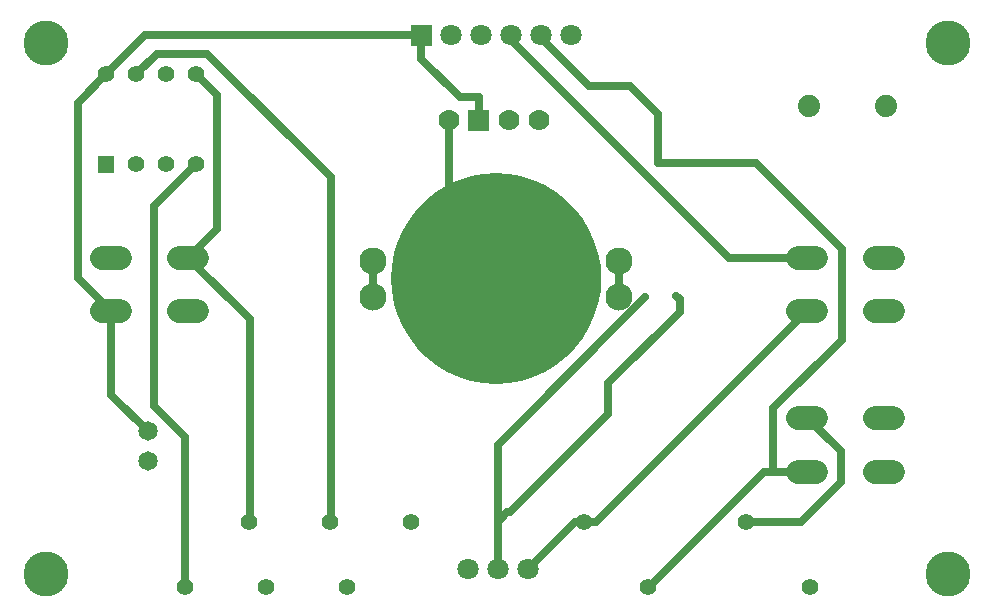
<source format=gbl>
G04 Layer: BottomLayer*
G04 EasyEDA v6.4.7, 2020-11-20T12:49:30+01:00*
G04 3459f72c1cfb4ed1b42eaf7d9b2f9cca,50b924b206514efda7368a069ed08794,10*
G04 Gerber Generator version 0.2*
G04 Scale: 100 percent, Rotated: No, Reflected: No *
G04 Dimensions in millimeters *
G04 leading zeros omitted , absolute positions ,3 integer and 3 decimal *
%FSLAX33Y33*%
%MOMM*%
G90*
D02*

%ADD11C,0.699999*%
%ADD12C,0.610006*%
%ADD13C,3.810000*%
%ADD14C,1.778000*%
%ADD16C,1.799996*%
%ADD18C,1.397000*%
%ADD19C,1.879600*%
%ADD21C,1.419860*%
%ADD22C,1.651000*%
%ADD23C,2.299970*%
%ADD24C,1.999996*%

%LPD*%
G54D11*
G01X16672Y31348D02*
G01X19110Y33787D01*
G01X19110Y45115D01*
G01X17358Y46868D01*
G01X21874Y8966D02*
G01X21874Y26146D01*
G01X16672Y31348D01*
G01X69097Y17759D02*
G01X71912Y14945D01*
G01X71912Y12321D01*
G01X68556Y8966D01*
G01X63895Y8966D01*
G01X69097Y26827D02*
G01X51236Y8966D01*
G01X50179Y8966D01*
G01X50179Y8966D02*
G01X49433Y8966D01*
G01X45425Y4958D01*
G01X36408Y48216D02*
G01X39674Y44950D01*
G01X41294Y44950D01*
G01X36408Y50170D02*
G01X36408Y48216D01*
G01X41294Y43009D02*
G01X41294Y44950D01*
G01X9738Y46868D02*
G01X13040Y50170D01*
G01X36408Y50170D01*
G01X9738Y46868D02*
G01X7347Y44477D01*
G01X7347Y29649D01*
G01X10169Y26827D01*
G01X10169Y26827D02*
G01X10169Y19766D01*
G01X13294Y16642D01*
G01X69097Y31348D02*
G01X62503Y31348D01*
G01X44028Y49824D01*
G01X44028Y50170D01*
G01X12278Y46868D02*
G01X14028Y48618D01*
G01X18285Y48618D01*
G01X28732Y38171D01*
G01X28732Y8966D01*
G01X16397Y3489D02*
G01X16397Y16192D01*
G01X13802Y18788D01*
G01X13802Y35692D01*
G01X17358Y39248D01*
G01X42758Y29596D02*
G01X38754Y33599D01*
G01X38754Y43009D01*
G01X69097Y13238D02*
G01X66222Y13238D01*
G01X66222Y13238D02*
G01X65402Y13238D01*
G01X55656Y3489D01*
G01X56435Y39400D02*
G01X56435Y43543D01*
G01X54066Y45915D01*
G01X50599Y45915D01*
G01X46568Y49943D01*
G01X46568Y50170D01*
G01X66222Y13238D02*
G01X66222Y18620D01*
G01X72003Y24404D01*
G01X72003Y32125D01*
G01X64729Y39400D01*
G01X56435Y39400D01*
G01X32359Y31097D02*
G01X32359Y27995D01*
G01X53159Y27995D02*
G01X53159Y31097D01*
G01X42885Y4958D02*
G01X42885Y15521D01*
G01X55358Y27995D01*
G01X58003Y28145D02*
G01X58320Y27828D01*
G01X58320Y26779D01*
G01X52247Y20706D01*
G01X52247Y18148D01*
G01X43895Y9796D01*
G01X43685Y9796D01*
G01X42885Y8996D01*
G01X42885Y8508D01*
G36*
G01X51657Y29596D02*
G01X51593Y30668D01*
G01X51399Y31725D01*
G01X51079Y32751D01*
G01X50638Y33732D01*
G01X50082Y34651D01*
G01X49419Y35497D01*
G01X48659Y36257D01*
G01X47813Y36920D01*
G01X46894Y37476D01*
G01X45913Y37917D01*
G01X44887Y38237D01*
G01X43830Y38431D01*
G01X42758Y38495D01*
G01X42758Y38495D01*
G01X41685Y38431D01*
G01X40628Y38237D01*
G01X39602Y37917D01*
G01X38621Y37476D01*
G01X37702Y36920D01*
G01X36856Y36257D01*
G01X36096Y35497D01*
G01X35433Y34651D01*
G01X34877Y33732D01*
G01X34436Y32751D01*
G01X34116Y31725D01*
G01X33922Y30668D01*
G01X33858Y29596D01*
G01X33858Y29596D01*
G01X33922Y28523D01*
G01X34116Y27466D01*
G01X34436Y26440D01*
G01X34877Y25459D01*
G01X35433Y24540D01*
G01X36096Y23694D01*
G01X36856Y22934D01*
G01X37702Y22271D01*
G01X38621Y21715D01*
G01X39602Y21274D01*
G01X40628Y20954D01*
G01X41685Y20760D01*
G01X42758Y20696D01*
G01X42758Y20696D01*
G01X43830Y20760D01*
G01X44887Y20954D01*
G01X45913Y21274D01*
G01X46894Y21715D01*
G01X47813Y22271D01*
G01X48659Y22934D01*
G01X49419Y23694D01*
G01X50082Y24540D01*
G01X50638Y25459D01*
G01X51079Y26440D01*
G01X51399Y27466D01*
G01X51593Y28523D01*
G01X51657Y29596D01*
G01X51657Y29596D01*
G37*
G54D13*
G01X4658Y49535D03*
G01X80985Y49535D03*
G01X4658Y4577D03*
G01X80985Y4577D03*
G54D14*
G01X43834Y43009D03*
G01X46374Y43009D03*
G01X38754Y43009D03*
G36*
G01X40405Y43898D02*
G01X42183Y43898D01*
G01X42183Y42120D01*
G01X40405Y42120D01*
G01X40405Y43898D01*
G37*
G54D16*
G01X40345Y4958D03*
G01X42885Y4958D03*
G01X45425Y4958D03*
G36*
G01X9039Y39946D02*
G01X10436Y39946D01*
G01X10436Y38549D01*
G01X9039Y38549D01*
G01X9039Y39946D01*
G37*
G54D18*
G01X12278Y39248D03*
G01X14818Y39248D03*
G01X17358Y39248D03*
G01X17358Y46868D03*
G01X14818Y46868D03*
G01X12278Y46868D03*
G01X9738Y46868D03*
G54D19*
G01X69224Y44201D03*
G01X75727Y44201D03*
G54D16*
G01X49108Y50170D03*
G01X46568Y50170D03*
G01X44028Y50170D03*
G01X41488Y50170D03*
G01X38948Y50170D03*
G36*
G01X35508Y51070D02*
G01X37308Y51070D01*
G01X37308Y49270D01*
G01X35508Y49270D01*
G01X35508Y51070D01*
G37*
G54D21*
G01X30114Y3490D03*
G01X35589Y8965D03*
G01X16398Y3490D03*
G01X21873Y8965D03*
G01X23256Y3490D03*
G01X28731Y8965D03*
G01X55655Y3490D03*
G01X50180Y8965D03*
G01X69371Y3490D03*
G01X63896Y8965D03*
G54D22*
G01X13294Y16642D03*
G01X13294Y14102D03*
G54D23*
G01X53158Y31096D03*
G01X53158Y27996D03*
G01X32357Y27996D03*
G01X32357Y31096D03*
G54D12*
G01X56435Y39400D03*
G01X55358Y27995D03*
G54D24*
G01X68347Y31348D02*
G01X69847Y31348D01*
G01X68347Y26827D02*
G01X69847Y26827D01*
G01X74850Y31348D02*
G01X76350Y31348D01*
G01X74850Y26827D02*
G01X76350Y26827D01*
G01X9419Y31348D02*
G01X10919Y31348D01*
G01X9419Y26827D02*
G01X10919Y26827D01*
G01X15922Y31348D02*
G01X17422Y31348D01*
G01X15922Y26827D02*
G01X17422Y26827D01*
G01X68347Y17759D02*
G01X69847Y17759D01*
G01X68347Y13238D02*
G01X69847Y13238D01*
G01X74850Y17759D02*
G01X76350Y17759D01*
G01X74850Y13238D02*
G01X76350Y13238D01*
M00*
M02*

</source>
